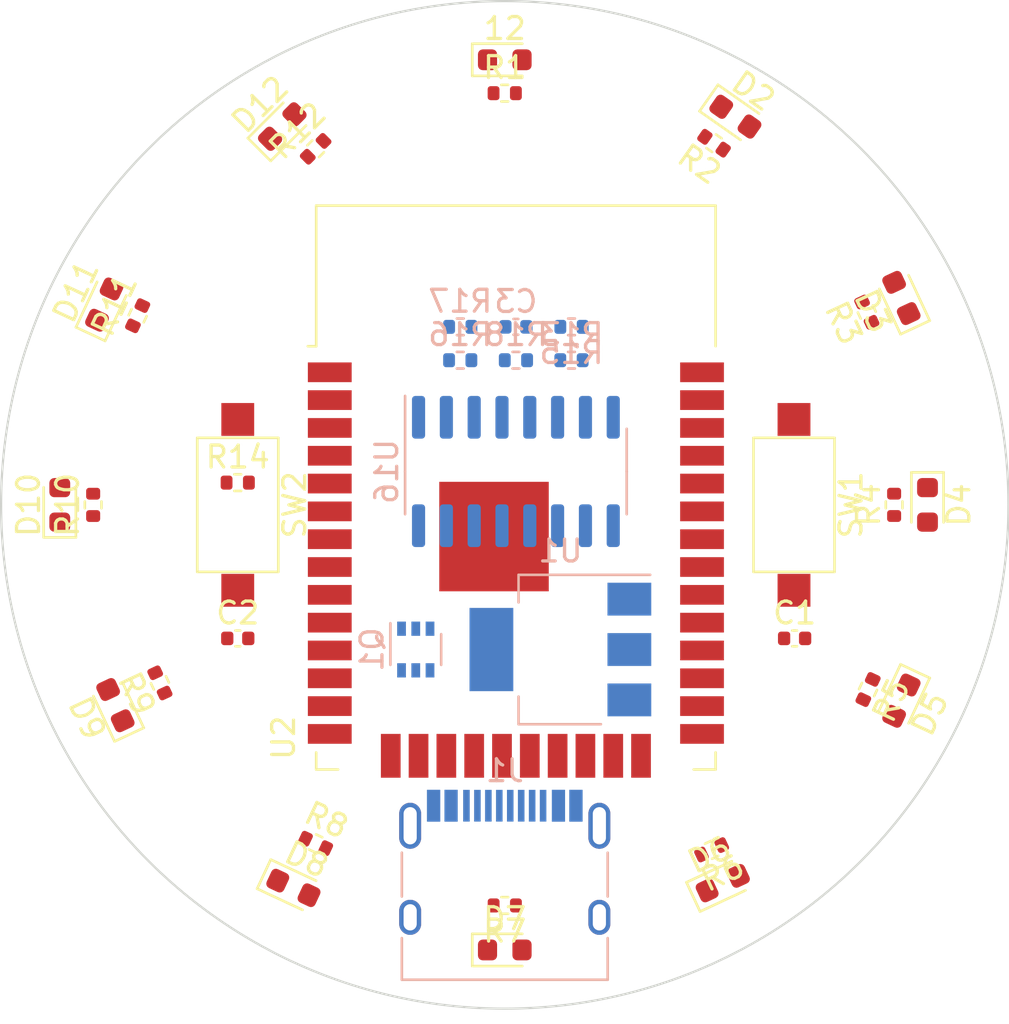
<source format=kicad_pcb>
(kicad_pcb (version 20211014) (generator pcbnew)
  (layers (0 "F.Cu" signal) (31 "B.Cu" signal) (34 "B.Paste" user) (35 "F.Paste" user) (36 "B.SilkS" user "B.Silkscreen") (37 "F.SilkS" user "F.Silkscreen") (38 "B.Mask" user) (39 "F.Mask" user) (44 "Edge.Cuts" user))
  (net 0 "")
  (net 1 "GND")
  (net 2 "Net-(D3-Pad1)")
  (net 3 "Net-(D12-Pad1)")
  (net 4 "Net-(D11-Pad1)")
  (net 5 "Net-(R9-Pad1)")
  (net 6 "Rx")
  (net 7 "Net-(D10-Pad1)")
  (net 8 "Net-(D9-Pad1)")
  (net 9 "RTS")
  (net 10 "Net-(Q1-Pad2)")
  (net 11 "DTR")
  (net 12 "Net-(Q1-Pad5)")
  (net 13 "EN")
  (net 14 "VCC")
  (net 15 "IO0")
  (net 16 "Net-(R10-Pad1)")
  (net 17 "Tx")
  (net 18 "Net-(D8-Pad1)")
  (net 19 "Net-(D7-Pad1)")
  (net 20 "Net-(D6-Pad1)")
  (net 21 "Net-(D5-Pad1)")
  (net 22 "Net-(D4-Pad1)")
  (net 23 "Net-(D1-Pad1)")
  (net 24 "Net-(D2-Pad1)")
  (net 25 "3.3v")
  (net 35 "IO14")
  (net 36 "IO12")
  (net 37 "IO13")
  (net 44 "IO15")
  (net 47 "IO16")
  (net 48 "IO17")
  (net 49 "IO5")
  (net 50 "IO18")
  (net 51 "IO19")
  (net 53 "IO21")
  (net 54 "RX")
  (net 55 "TX")
  (net 56 "IO22")
  (net 57 "IO23")
  (net 58 "-5v")
  (net 59 "5v")
  (net 60 "Net-(C9-Pad2)")
  (net 61 "D+")
  (net 62 "D-")
  (net 76 "Net-(R18-Pad1)")
  (net 77 "Net-(R17-Pad1)")
  (net 78 "Net-(C3-Pad2)")
  (footprint "Resistor_SMD:R_0402_1005Metric" (layer "F.Cu") (at 171.704 62.484 45)
    (fp_text reference "R12" (at 0 -1.17 45) (layer "F.SilkS"))
    (fp_text value "R")
    (fp_line (start -0.153641 0.38) (end 0.153641 0.38) (layer "F.SilkS") (width 0.12))
    (fp_line (start -0.153641 -0.38) (end 0.153641 -0.38) (layer "F.SilkS") (width 0.12))
    (pad "1" smd roundrect (at -0.51 0 45) (size 0.54 0.64) (layers "F.Cu" "F.Paste" "F.Mask") (net 1 "GND"))
    (pad "2" smd roundrect (at 0.51 0 45) (size 0.54 0.64) (layers "F.Cu" "F.Paste" "F.Mask") (net 3 "Net-(D12-Pad1)"))
  )
  (footprint "LED_SMD:LED_0603_1608Metric" (layer "F.Cu") (at 180.34 99.06)
    (fp_text reference "D7" (at 0 -1.43) (layer "F.SilkS"))
    (fp_text value "LED")
    (fp_line (start -1.485 0.735) (end 0.8 0.735) (layer "F.SilkS") (width 0.12))
    (fp_line (start 0.8 -0.735) (end -1.485 -0.735) (layer "F.SilkS") (width 0.12))
    (fp_line (start -1.485 -0.735) (end -1.485 0.735) (layer "F.SilkS") (width 0.12))
    (pad "1" smd roundrect (at -0.7875 0) (size 0.875 0.95) (layers "F.Cu" "F.Paste" "F.Mask") (net 19 "Net-(D7-Pad1)"))
    (pad "2" smd roundrect (at 0.7875 0) (size 0.875 0.95) (layers "F.Cu" "F.Paste" "F.Mask") (net 48 "IO17"))
  )
  (footprint "LED_SMD:LED_0603_1608Metric" (layer "F.Cu") (at 162.052 69.596 65)
    (fp_text reference "D11" (at 0 -1.43 65) (layer "F.SilkS"))
    (fp_text value "LED")
    (fp_line (start 0.8 -0.735) (end -1.485 -0.735) (layer "F.SilkS") (width 0.12))
    (fp_line (start -1.485 -0.735) (end -1.485 0.735) (layer "F.SilkS") (width 0.12))
    (fp_line (start -1.485 0.735) (end 0.8 0.735) (layer "F.SilkS") (width 0.12))
    (pad "1" smd roundrect (at -0.7875 0 65) (size 0.875 0.95) (layers "F.Cu" "F.Paste" "F.Mask") (net 4 "Net-(D11-Pad1)"))
    (pad "2" smd roundrect (at 0.7875 0 65) (size 0.875 0.95) (layers "F.Cu" "F.Paste" "F.Mask") (net 56 "IO22"))
  )
  (footprint "Capacitor_SMD:C_0402_1005Metric" (layer "F.Cu") (at 168.148 84.836)
    (fp_text reference "C2" (at 0 -1.16) (layer "F.SilkS"))
    (fp_text value "100nf")
    (fp_line (start -0.107836 -0.36) (end 0.107836 -0.36) (layer "F.SilkS") (width 0.12))
    (fp_line (start -0.107836 0.36) (end 0.107836 0.36) (layer "F.SilkS") (width 0.12))
    (pad "1" smd roundrect (at -0.48 0) (size 0.56 0.62) (layers "F.Cu" "F.Paste" "F.Mask") (net 25 "3.3v"))
    (pad "2" smd roundrect (at 0.48 0) (size 0.56 0.62) (layers "F.Cu" "F.Paste" "F.Mask") (net 58 "-5v"))
  )
  (footprint "LED_SMD:LED_0603_1608Metric" (layer "F.Cu") (at 170.688 96.227535 -25)
    (fp_text reference "D8" (at 0 -1.43 155) (layer "F.SilkS"))
    (fp_text value "LED")
    (fp_line (start -1.485 0.735) (end 0.8 0.735) (layer "F.SilkS") (width 0.12))
    (fp_line (start -1.485 -0.735) (end -1.485 0.735) (layer "F.SilkS") (width 0.12))
    (fp_line (start 0.8 -0.735) (end -1.485 -0.735) (layer "F.SilkS") (width 0.12))
    (pad "1" smd roundrect (at -0.7875 0 335) (size 0.875 0.95) (layers "F.Cu" "F.Paste" "F.Mask") (net 18 "Net-(D8-Pad1)"))
    (pad "2" smd roundrect (at 0.7875 0 335) (size 0.875 0.95) (layers "F.Cu" "F.Paste" "F.Mask") (net 50 "IO18"))
  )
  (footprint "Capacitor_SMD:C_0402_1005Metric" (layer "F.Cu") (at 193.576 84.836)
    (fp_text reference "C1" (at 0 -1.16) (layer "F.SilkS"))
    (fp_text value "10uf")
    (fp_line (start -0.107836 -0.36) (end 0.107836 -0.36) (layer "F.SilkS") (width 0.12))
    (fp_line (start -0.107836 0.36) (end 0.107836 0.36) (layer "F.SilkS") (width 0.12))
    (pad "1" smd roundrect (at -0.48 0) (size 0.56 0.62) (layers "F.Cu" "F.Paste" "F.Mask") (net 59 "5v"))
    (pad "2" smd roundrect (at 0.48 0) (size 0.56 0.62) (layers "F.Cu" "F.Paste" "F.Mask") (net 58 "-5v"))
  )
  (footprint "LED_SMD:LED_0603_1608Metric" (layer "F.Cu") (at 180.34 58.42)
    (fp_text reference "12" (at 0 -1.43) (layer "F.SilkS"))
    (fp_text value "LED")
    (fp_line (start -1.485 0.735) (end 0.8 0.735) (layer "F.SilkS") (width 0.12))
    (fp_line (start 0.8 -0.735) (end -1.485 -0.735) (layer "F.SilkS") (width 0.12))
    (fp_line (start -1.485 -0.735) (end -1.485 0.735) (layer "F.SilkS") (width 0.12))
    (pad "1" smd roundrect (at -0.7875 0) (size 0.875 0.95) (layers "F.Cu" "F.Paste" "F.Mask") (net 23 "Net-(D1-Pad1)"))
    (pad "2" smd roundrect (at 0.7875 0) (size 0.875 0.95) (layers "F.Cu" "F.Paste" "F.Mask") (net 49 "IO5"))
  )
  (footprint "Resistor_SMD:R_0402_1005Metric" (layer "F.Cu") (at 180.338 59.944)
    (fp_text reference "R1" (at 0 -1.17) (layer "F.SilkS"))
    (fp_text value "R")
    (fp_line (start -0.153641 -0.38) (end 0.153641 -0.38) (layer "F.SilkS") (width 0.12))
    (fp_line (start -0.153641 0.38) (end 0.153641 0.38) (layer "F.SilkS") (width 0.12))
    (pad "1" smd roundrect (at -0.51 0) (size 0.54 0.64) (layers "F.Cu" "F.Paste" "F.Mask") (net 1 "GND"))
    (pad "2" smd roundrect (at 0.51 0) (size 0.54 0.64) (layers "F.Cu" "F.Paste" "F.Mask") (net 23 "Net-(D1-Pad1)"))
  )
  (footprint "LED_SMD:LED_0603_1608Metric" (layer "F.Cu") (at 170.18 61.468 45)
    (fp_text reference "D12" (at 0 -1.43 45) (layer "F.SilkS"))
    (fp_text value "LED")
    (fp_line (start 0.8 -0.735) (end -1.485 -0.735) (layer "F.SilkS") (width 0.12))
    (fp_line (start -1.485 0.735) (end 0.8 0.735) (layer "F.SilkS") (width 0.12))
    (fp_line (start -1.485 -0.735) (end -1.485 0.735) (layer "F.SilkS") (width 0.12))
    (pad "1" smd roundrect (at -0.7875 0 45) (size 0.875 0.95) (layers "F.Cu" "F.Paste" "F.Mask") (net 3 "Net-(D12-Pad1)"))
    (pad "2" smd roundrect (at 0.7875 0 45) (size 0.875 0.95) (layers "F.Cu" "F.Paste" "F.Mask") (net 57 "IO23"))
  )
  (footprint "Resistor_SMD:R_0402_1005Metric" (layer "F.Cu") (at 189.896303 62.228532 145)
    (fp_text reference "R2" (at 0 -1.17 145) (layer "F.SilkS"))
    (fp_text value "R")
    (fp_line (start -0.153641 0.38) (end 0.153641 0.38) (layer "F.SilkS") (width 0.12))
    (fp_line (start -0.153641 -0.38) (end 0.153641 -0.38) (layer "F.SilkS") (width 0.12))
    (pad "1" smd roundrect (at -0.51 0 145) (size 0.54 0.64) (layers "F.Cu" "F.Paste" "F.Mask") (net 1 "GND"))
    (pad "2" smd roundrect (at 0.51 0 145) (size 0.54 0.64) (layers "F.Cu" "F.Paste" "F.Mask") (net 24 "Net-(D2-Pad1)"))
  )
  (footprint "Resistor_SMD:R_0402_1005Metric" (layer "F.Cu") (at 163.576 70.104 65)
    (fp_text reference "R11" (at 0 -1.17 65) (layer "F.SilkS"))
    (fp_text value "R")
    (fp_line (start -0.153641 0.38) (end 0.153641 0.38) (layer "F.SilkS") (width 0.12))
    (fp_line (start -0.153641 -0.38) (end 0.153641 -0.38) (layer "F.SilkS") (width 0.12))
    (pad "1" smd roundrect (at -0.51 0 65) (size 0.54 0.64) (layers "F.Cu" "F.Paste" "F.Mask") (net 1 "GND"))
    (pad "2" smd roundrect (at 0.51 0 65) (size 0.54 0.64) (layers "F.Cu" "F.Paste" "F.Mask") (net 4 "Net-(D11-Pad1)"))
  )
  (footprint "Resistor_SMD:R_0402_1005Metric" (layer "F.Cu") (at 189.786283 94.488 -155)
    (fp_text reference "R6" (at 0 -1.17 25) (layer "F.SilkS"))
    (fp_text value "R")
    (fp_line (start -0.153641 0.38) (end 0.153641 0.38) (layer "F.SilkS") (width 0.12))
    (fp_line (start -0.153641 -0.38) (end 0.153641 -0.38) (layer "F.SilkS") (width 0.12))
    (pad "1" smd roundrect (at -0.51 0 205) (size 0.54 0.64) (layers "F.Cu" "F.Paste" "F.Mask") (net 1 "GND"))
    (pad "2" smd roundrect (at 0.51 0 205) (size 0.54 0.64) (layers "F.Cu" "F.Paste" "F.Mask") (net 20 "Net-(D6-Pad1)"))
  )
  (footprint "Resistor_SMD:R_0402_1005Metric" (layer "F.Cu") (at 161.544 78.74 90)
    (fp_text reference "R10" (at 0 -1.17 90) (layer "F.SilkS"))
    (fp_text value "R")
    (fp_line (start -0.153641 -0.38) (end 0.153641 -0.38) (layer "F.SilkS") (width 0.12))
    (fp_line (start -0.153641 0.38) (end 0.153641 0.38) (layer "F.SilkS") (width 0.12))
    (pad "1" smd roundrect (at -0.51 0 90) (size 0.54 0.64) (layers "F.Cu" "F.Paste" "F.Mask") (net 1 "GND"))
    (pad "2" smd roundrect (at 0.51 0 90) (size 0.54 0.64) (layers "F.Cu" "F.Paste" "F.Mask") (net 7 "Net-(D10-Pad1)"))
  )
  (footprint "LED_SMD:LED_0603_1608Metric" (layer "F.Cu") (at 162.56 87.884 115)
    (fp_text reference "D9" (at 0 -1.43 115) (layer "F.SilkS"))
    (fp_text value "LED")
    (fp_line (start 0.8 -0.735) (end -1.485 -0.735) (layer "F.SilkS") (width 0.12))
    (fp_line (start -1.485 -0.735) (end -1.485 0.735) (layer "F.SilkS") (width 0.12))
    (fp_line (start -1.485 0.735) (end 0.8 0.735) (layer "F.SilkS") (width 0.12))
    (pad "1" smd roundrect (at -0.7875 0 115) (size 0.875 0.95) (layers "F.Cu" "F.Paste" "F.Mask") (net 8 "Net-(D9-Pad1)"))
    (pad "2" smd roundrect (at 0.7875 0 115) (size 0.875 0.95) (layers "F.Cu" "F.Paste" "F.Mask") (net 51 "IO19"))
  )
  (footprint "LED_SMD:LED_0603_1608Metric" (layer "F.Cu") (at 190.294283 96.012 25)
    (fp_text reference "D6" (at 0 -1.43 25) (layer "F.SilkS"))
    (fp_text value "LED")
    (fp_line (start -1.485 -0.735) (end -1.485 0.735) (layer "F.SilkS") (width 0.12))
    (fp_line (start 0.8 -0.735) (end -1.485 -0.735) (layer "F.SilkS") (width 0.12))
    (fp_line (start -1.485 0.735) (end 0.8 0.735) (layer "F.SilkS") (width 0.12))
    (pad "1" smd roundrect (at -0.7875 0 25) (size 0.875 0.95) (layers "F.Cu" "F.Paste" "F.Mask") (net 20 "Net-(D6-Pad1)"))
    (pad "2" smd roundrect (at 0.7875 0 25) (size 0.875 0.95) (layers "F.Cu" "F.Paste" "F.Mask") (net 47 "IO16"))
  )
  (footprint "Resistor_SMD:R_0402_1005Metric" (layer "F.Cu") (at 168.146 77.724)
    (fp_text reference "R14" (at 0 -1.17) (layer "F.SilkS"))
    (fp_text value "10k")
    (fp_line (start -0.153641 0.38) (end 0.153641 0.38) (layer "F.SilkS") (width 0.12))
    (fp_line (start -0.153641 -0.38) (end 0.153641 -0.38) (layer "F.SilkS") (width 0.12))
    (pad "1" smd roundrect (at -0.51 0) (size 0.54 0.64) (layers "F.Cu" "F.Paste" "F.Mask") (net 13 "EN"))
    (pad "2" smd roundrect (at 0.51 0) (size 0.54 0.64) (layers "F.Cu" "F.Paste" "F.Mask") (net 14 "VCC"))
  )
  (footprint "LED_SMD:LED_0603_1608Metric" (layer "F.Cu") (at 160.02 78.74 90)
    (fp_text reference "D10" (at 0 -1.43 90) (layer "F.SilkS"))
    (fp_text value "LED")
    (fp_line (start 0.8 -0.735) (end -1.485 -0.735) (layer "F.SilkS") (width 0.12))
    (fp_line (start -1.485 -0.735) (end -1.485 0.735) (layer "F.SilkS") (width 0.12))
    (fp_line (start -1.485 0.735) (end 0.8 0.735) (layer "F.SilkS") (width 0.12))
    (pad "1" smd roundrect (at -0.7875 0 90) (size 0.875 0.95) (layers "F.Cu" "F.Paste" "F.Mask") (net 7 "Net-(D10-Pad1)"))
    (pad "2" smd roundrect (at 0.7875 0 90) (size 0.875 0.95) (layers "F.Cu" "F.Paste" "F.Mask") (net 53 "IO21"))
  )
  (footprint "Resistor_SMD:R_0402_1005Metric" (layer "F.Cu") (at 196.872503 69.938799 115)
    (fp_text reference "R3" (at 0 -1.17 115) (layer "F.SilkS"))
    (fp_text value "R")
    (fp_line (start -0.153641 -0.38) (end 0.153641 -0.38) (layer "F.SilkS") (width 0.12))
    (fp_line (start -0.153641 0.38) (end 0.153641 0.38) (layer "F.SilkS") (width 0.12))
    (pad "1" smd roundrect (at -0.51 0 115) (size 0.54 0.64) (layers "F.Cu" "F.Paste" "F.Mask") (net 1 "GND"))
    (pad "2" smd roundrect (at 0.51 0 115) (size 0.54 0.64) (layers "F.Cu" "F.Paste" "F.Mask") (net 2 "Net-(D3-Pad1)"))
  )
  (footprint "LED_SMD:LED_0603_1608Metric" (layer "F.Cu") (at 198.452812 87.678283 -115)
    (fp_text reference "D5" (at 0 -1.43 65) (layer "F.SilkS"))
    (fp_text value "LED")
    (fp_line (start 0.8 -0.735) (end -1.485 -0.735) (layer "F.SilkS") (width 0.12))
    (fp_line (start -1.485 -0.735) (end -1.485 0.735) (layer "F.SilkS") (width 0.12))
    (fp_line (start -1.485 0.735) (end 0.8 0.735) (layer "F.SilkS") (width 0.12))
    (pad "1" smd roundrect (at -0.7875 0 245) (size 0.875 0.95) (layers "F.Cu" "F.Paste" "F.Mask") (net 21 "Net-(D5-Pad1)"))
    (pad "2" smd roundrect (at 0.7875 0 245) (size 0.875 0.95) (layers "F.Cu" "F.Paste" "F.Mask") (net 44 "IO15"))
  )
  (footprint "Resistor_SMD:R_0402_1005Metric" (layer "F.Cu") (at 196.928812 87.170283 -115)
    (fp_text reference "R5" (at 0 -1.17 65) (layer "F.SilkS"))
    (fp_text value "R")
    (fp_line (start -0.153641 0.38) (end 0.153641 0.38) (layer "F.SilkS") (width 0.12))
    (fp_line (start -0.153641 -0.38) (end 0.153641 -0.38) (layer "F.SilkS") (width 0.12))
    (pad "1" smd roundrect (at -0.51 0 245) (size 0.54 0.64) (layers "F.Cu" "F.Paste" "F.Mask") (net 1 "GND"))
    (pad "2" smd roundrect (at 0.51 0 245) (size 0.54 0.64) (layers "F.Cu" "F.Paste" "F.Mask") (net 21 "Net-(D5-Pad1)"))
  )
  (footprint "Resistor_SMD:R_0402_1005Metric" (layer "F.Cu") (at 180.34 97.028 180)
    (fp_text reference "R7" (at 0 -1.17) (layer "F.SilkS"))
    (fp_text value "R")
    (fp_line (start -0.153641 -0.38) (end 0.153641 -0.38) (layer "F.SilkS") (width 0.12))
    (fp_line (start -0.153641 0.38) (end 0.153641 0.38) (layer "F.SilkS") (width 0.12))
    (pad "1" smd roundrect (at -0.51 0 180) (size 0.54 0.64) (layers "F.Cu" "F.Paste" "F.Mask") (net 1 "GND"))
    (pad "2" smd roundrect (at 0.51 0 180) (size 0.54 0.64) (layers "F.Cu" "F.Paste" "F.Mask") (net 19 "Net-(D7-Pad1)"))
  )
  (footprint "RF_Module:ESP32-WROOM-32" (layer "F.Cu") (at 180.848 80.942)
    (fp_text reference "U2" (at -10.61 8.43 90) (layer "F.SilkS"))
    (fp_text value "ESP32-WROOM-32D")
    (fp_line (start -9.12 -15.865) (end -9.12 -9.445) (layer "F.SilkS") (width 0.12))
    (fp_line (start -9.12 -9.445) (end -9.5 -9.445) (layer "F.SilkS") (width 0.12))
    (fp_line (start -9.12 -15.865) (end 9.12 -15.865) (layer "F.SilkS") (width 0.12))
    (fp_line (start 9.12 -15.865) (end 9.12 -9.445) (layer "F.SilkS") (width 0.12))
    (fp_line (start 9.12 9.88) (end 8.12 9.88) (layer "F.SilkS") (width 0.12))
    (fp_line (start -9.12 9.88) (end -8.12 9.88) (layer "F.SilkS") (width 0.12))
    (fp_line (start 9.12 9.1) (end 9.12 9.88) (layer "F.SilkS") (width 0.12))
    (fp_line (start -9.12 9.1) (end -9.12 9.88) (layer "F.SilkS") (width 0.12))
    (pad "1" smd rect (at -8.5 -8.255) (size 2 0.9) (layers "F.Cu" "F.Paste" "F.Mask") (net 1 "GND"))
    (pad "2" smd rect (at -8.5 -6.985) (size 2 0.9) (layers "F.Cu" "F.Paste" "F.Mask") (net 25 "3.3v"))
    (pad "3" smd rect (at -8.5 -5.715) (size 2 0.9) (layers "F.Cu" "F.Paste" "F.Mask") (net 13 "EN"))
    (pad "4" smd rect (at -8.5 -4.445) (size 2 0.9) (layers "F.Cu" "F.Paste" "F.Mask"))
    (pad "5" smd rect (at -8.5 -3.175) (size 2 0.9) (layers "F.Cu" "F.Paste" "F.Mask"))
    (pad "6" smd rect (at -8.5 -1.905) (size 2 0.9) (layers "F.Cu" "F.Paste" "F.Mask"))
    (pad "7" smd rect (at -8.5 -0.635) (size 2 0.9) (layers "F.Cu" "F.Paste" "F.Mask"))
    (pad "8" smd rect (at -8.5 0.635) (size 2 0.9) (layers "F.Cu" "F.Paste" "F.Mask"))
    (pad "9" smd rect (at -8.5 1.905) (size 2 0.9) (layers "F.Cu" "F.Paste" "F.Mask"))
    (pad "10" smd rect (at -8.5 3.175) (size 2 0.9) (layers "F.Cu" "F.Paste" "F.Mask"))
    (pad "11" smd rect (at -8.5 4.445) (size 2 0.9) (layers "F.Cu" "F.Paste" "F.Mask"))
    (pad "12" smd rect (at -8.5 5.715) (size 2 0.9) (layers "F.Cu" "F.Paste" "F.Mask"))
    (pad "13" smd rect (at -8.5 6.985) (size 2 0.9) (layers "F.Cu" "F.Paste" "F.Mask") (net 35 "IO14"))
    (pad "14" smd rect (at -8.5 8.255) (size 2 0.9) (layers "F.Cu" "F.Paste" "F.Mask") (net 36 "IO12"))
    (pad "15" smd rect (at -5.715 9.255 90) (size 2 0.9) (layers "F.Cu" "F.Paste" "F.Mask") (net 1 "GND"))
    (pad "16" smd rect (at -4.445 9.255 90) (size 2 0.9) (layers "F.Cu" "F.Paste" "F.Mask") (net 37 "IO13"))
    (pad "17" smd rect (at -3.175 9.255 90) (size 2 0.9) (layers "F.Cu" "F.Paste" "F.Mask"))
    (pad "18" smd rect (at -1.905 9.255 90) (size 2 0.9) (layers "F.Cu" "F.Paste" "F.Mask"))
    (pad "19" smd rect (at -0.635 9.255 90) (size 2 0.9) (layers "F.Cu" "F.Paste" "F.Mask"))
    (pad "20" smd rect (at 0.635 9.255 90) (size 2 0.9) (layers "F.Cu" "F.Paste" "F.Mask"))
    (pad "21" smd rect (at 1.905 9.255 90) (size 2 0.9) (layers "F.Cu" "F.Paste" "F.Mask"))
    (pad "22" smd rect (at 3.175 9.255 90) (size 2 0.9) (layers "F.Cu" "F.Paste" "F.Mask"))
    (pad "23" smd rect (at 4.445 9.255 90) (size 2 0.9) (layers "F.Cu" "F.Paste" "F.Mask") (net 44 "IO15"))
    (pad "24" smd rect (at 5.715 9.255 90) (size 2 0.9) (layers "F.Cu" "F.Paste" "F.Mask"))
    (pad "25" smd rect (at 8.5 8.255) (size 2 0.9) (layers "F.Cu" "F.Paste" "F.Mask") (net 15 "IO0"))
    (pad "26" smd rect (at 8.5 6.985) (size 2 0.9) (layers "F.Cu" "F.Paste" "F.Mask"))
    (pad "27" smd rect (at 8.5 5.715) (size 2 0.9) (layers "F.Cu" "F.Paste" "F.Mask") (net 47 "IO16"))
    (pad "28" smd rect (at 8.5 4.445) (size 2 0.9) (layers "F.Cu" "F.Paste" "F.Mask") (net 48 "IO17"))
    (pad "29" smd rect (at 8.5 3.175) (size 2 0.9) (layers "F.Cu" "F.Paste" "F.Mask") (net 49 "IO5"))
    (pad "30" smd rect (at 8.5 1.905) (size 2 0.9) (layers "F.Cu" "F.Paste" "F.Mask") (net 50 "IO18"))
    (pad "31" smd rect (at 8.5 0.635) (size 2 0.9) (layers "F.Cu" "F.Paste" "F.Mask") (net 51 "IO19"))
    (pad "32" smd rect (at 8.5 -0.635) (size 2 0.9) (layers "F.Cu" "F.Paste" "F.Mask"))
    (pad "33" smd rect (at 8.5 -1.905) (size 2 0.9) (layers "F.Cu" "F.Paste" "F.Mask") (net 53 "IO21"))
    (pad "34" smd rect (at 8.5 -3.175) (size 2 0.9) (layers "F.Cu" "F.Paste" "F.Mask") (net 54 "RX"))
    (pad "35" smd rect (at 8.5 -4.445) (size 2 0.9) (layers "F.Cu" "F.Paste" "F.Mask") (net 55 "TX"))
    (pad "36" smd rect (at 8.5 -5.715) (size 2 0.9) (layers "F.Cu" "F.Paste" "F.Mask") (net 56 "IO22"))
    (pad "37" smd rect (at 8.5 -6.985) (size 2 0.9) (layers "F.Cu" "F.Paste" "F.Mask") (net 57 "IO23"))
    (pad "38" smd rect (at 8.5 -8.255) (size 2 0.9) (layers "F.Cu" "F.Paste" "F.Mask") (net 1 "GND"))
    (pad "39" smd rect (at -1 -0.755) (size 5 5) (layers "F.Cu" "F.Paste" "F.Mask") (net 1 "GND"))
  )
  (footprint "LED_SMD:LED_0603_1608Metric" (layer "F.Cu") (at 198.452812 69.293717 115)
    (fp_text reference "D3" (at 0 -1.43 115) (layer "F.SilkS"))
    (fp_text value "LED")
    (fp_line (start -1.485 0.735) (end 0.8 0.735) (layer "F.SilkS") (width 0.12))
    (fp_line (start 0.8 -0.735) (end -1.485 -0.735) (layer "F.SilkS") (width 0.12))
    (fp_line (start -1.485 -0.735) (end -1.485 0.735) (layer "F.SilkS") (width 0.12))
    (pad "1" smd roundrect (at -0.7875 0 115) (size 0.875 0.95) (layers "F.Cu" "F.Paste" "F.Mask") (net 2 "Net-(D3-Pad1)"))
    (pad "2" smd roundrect (at 0.7875 0 115) (size 0.875 0.95) (layers "F.Cu" "F.Paste" "F.Mask") (net 37 "IO13"))
  )
  (footprint "Resistor_SMD:R_0402_1005Metric" (layer "F.Cu") (at 164.592 86.868 115)
    (fp_text reference "R9" (at 0 -1.17 115) (layer "F.SilkS"))
    (fp_text value "R")
    (fp_line (start -0.153641 0.38) (end 0.153641 0.38) (layer "F.SilkS") (width 0.12))
    (fp_line (start -0.153641 -0.38) (end 0.153641 -0.38) (layer "F.SilkS") (width 0.12))
    (pad "1" smd roundrect (at -0.51 0 115) (size 0.54 0.64) (layers "F.Cu" "F.Paste" "F.Mask") (net 1 "GND"))
    (pad "2" smd roundrect (at 0.51 0 115) (size 0.54 0.64) (layers "F.Cu" "F.Paste" "F.Mask") (net 8 "Net-(D9-Pad1)"))
  )
  (footprint "Resistor_SMD:R_0402_1005Metric" (layer "F.Cu") (at 198.12 78.738 90)
    (fp_text reference "R4" (at 0 -1.17 90) (layer "F.SilkS"))
    (fp_text value "R")
    (fp_line (start -0.153641 0.38) (end 0.153641 0.38) (layer "F.SilkS") (width 0.12))
    (fp_line (start -0.153641 -0.38) (end 0.153641 -0.38) (layer "F.SilkS") (width 0.12))
    (pad "1" smd roundrect (at -0.51 0 90) (size 0.54 0.64) (layers "F.Cu" "F.Paste" "F.Mask") (net 1 "GND"))
    (pad "2" smd roundrect (at 0.51 0 90) (size 0.54 0.64) (layers "F.Cu" "F.Paste" "F.Mask") (net 22 "Net-(D4-Pad1)"))
  )
  (footprint "Button_Switch_SMD:SW_SPST_CK_RS282G05A3" (layer "F.Cu") (at 193.548 78.74 -90)
    (fp_text reference "SW1" (at 0 -2.6 90) (layer "F.SilkS"))
    (fp_text value "SW_Push")
    (fp_line (start 3.06 -1.85) (end 3.06 1.85) (layer "F.SilkS") (width 0.12))
    (fp_line (start 3.06 1.85) (end -3.06 1.85) (layer "F.SilkS") (width 0.12))
    (fp_line (start -3.06 -1.85) (end 3.06 -1.85) (layer "F.SilkS") (width 0.12))
    (fp_line (start -3.06 1.85) (end -3.06 -1.85) (layer "F.SilkS") (width 0.12))
    (pad "1" smd rect (at -3.9 0 270) (size 1.5 1.5) (layers "F.Cu" "F.Paste" "F.Mask") (net 1 "GND"))
    (pad "2" smd rect (at 3.9 0 270) (size 1.5 1.5) (layers "F.Cu" "F.Paste" "F.Mask") (net 13 "EN"))
  )
  (footprint "Resistor_SMD:R_0402_1005Metric" (layer "F.Cu") (at 171.704 94.195535 -25)
    (fp_text reference "R8" (at 0 -1.17 155) (layer "F.SilkS"))
    (fp_text value "R")
    (fp_line (start -0.153641 0.38) (end 0.153641 0.38) (layer "F.SilkS") (width 0.12))
    (fp_line (start -0.153641 -0.38) (end 0.153641 -0.38) (layer "F.SilkS") (width 0.12))
    (pad "1" smd roundrect (at -0.51 0 335) (size 0.54 0.64) (layers "F.Cu" "F.Paste" "F.Mask") (net 1 "GND"))
    (pad "2" smd roundrect (at 0.51 0 335) (size 0.54 0.64) (layers "F.Cu" "F.Paste" "F.Mask") (net 18 "Net-(D8-Pad1)"))
  )
  (footprint "Button_Switch_SMD:SW_SPST_CK_RS282G05A3" (layer "F.Cu") (at 168.148 78.74 -90)
    (fp_text reference "SW2" (at 0 -2.6 90) (layer "F.SilkS"))
    (fp_text value "SW_Push")
    (fp_line (start 3.06 -1.85) (end 3.06 1.85) (layer "F.SilkS") (width 0.12))
    (fp_line (start 3.06 1.85) (end -3.06 1.85) (layer "F.SilkS") (width 0.12))
    (fp_line (start -3.06 -1.85) (end 3.06 -1.85) (layer "F.SilkS") (width 0.12))
    (fp_line (start -3.06 1.85) (end -3.06 -1.85) (layer "F.SilkS") (width 0.12))
    (pad "1" smd rect (at -3.9 0 270) (size 1.5 1.5) (layers "F.Cu" "F.Paste" "F.Mask") (net 1 "GND"))
    (pad "2" smd rect (at 3.9 0 270) (size 1.5 1.5) (layers "F.Cu" "F.Paste" "F.Mask") (net 15 "IO0"))
  )
  (footprint "LED_SMD:LED_0603_1608Metric" (layer "F.Cu") (at 190.870918 61.016309 -35)
    (fp_text reference "D2" (at 0 -1.43 145) (layer "F.SilkS"))
    (fp_text value "LED")
    (fp_line (start -1.485 -0.735) (end -1.485 0.735) (layer "F.SilkS") (width 0.12))
    (fp_line (start -1.485 0.735) (end 0.8 0.735) (layer "F.SilkS") (width 0.12))
    (fp_line (start 0.8 -0.735) (end -1.485 -0.735) (layer "F.SilkS") (width 0.12))
    (pad "1" smd roundrect (at -0.7875 0 325) (size 0.875 0.95) (layers "F.Cu" "F.Paste" "F.Mask") (net 24 "Net-(D2-Pad1)"))
    (pad "2" smd roundrect (at 0.7875 0 325) (size 0.875 0.95) (layers "F.Cu" "F.Paste" "F.Mask") (net 36 "IO12"))
  )
  (footprint "LED_SMD:LED_0603_1608Metric" (layer "F.Cu") (at 199.644 78.74 -90)
    (fp_text reference "D4" (at 0 -1.43 90) (layer "F.SilkS"))
    (fp_text value "LED")
    (fp_line (start -1.485 0.735) (end 0.8 0.735) (layer "F.SilkS") (width 0.12))
    (fp_line (start 0.8 -0.735) (end -1.485 -0.735) (layer "F.SilkS") (width 0.12))
    (fp_line (start -1.485 -0.735) (end -1.485 0.735) (layer "F.SilkS") (width 0.12))
    (pad "1" smd roundrect (at -0.7875 0 270) (size 0.875 0.95) (layers "F.Cu" "F.Paste" "F.Mask") (net 22 "Net-(D4-Pad1)"))
    (pad "2" smd roundrect (at 0.7875 0 270) (size 0.875 0.95) (layers "F.Cu" "F.Paste" "F.Mask") (net 35 "IO14"))
  )
  (footprint "Resistor_SMD:R_0402_1005Metric" (layer "B.Cu") (at 183.388 70.612)
    (fp_text reference "R15" (at 0 1.17) (layer "B.SilkS") (effects (justify mirror)))
    (fp_text value "1k")
    (fp_line (start -0.153641 -0.38) (end 0.153641 -0.38) (layer "B.SilkS") (width 0.12))
    (fp_line (start -0.153641 0.38) (end 0.153641 0.38) (layer "B.SilkS") (width 0.12))
    (pad "1" smd roundrect (at -0.51 0) (size 0.54 0.64) (layers "B.Cu" "B.Paste" "B.Mask") (net 11 "DTR"))
    (pad "2" smd roundrect (at 0.51 0) (size 0.54 0.64) (layers "B.Cu" "B.Paste" "B.Mask") (net 12 "Net-(Q1-Pad5)"))
  )
  (footprint "Resistor_SMD:R_0402_1005Metric" (layer "B.Cu") (at 180.85 72.136 180)
    (fp_text reference "R18" (at 0 1.17) (layer "B.SilkS") (effects (justify mirror)))
    (fp_text value "1k")
    (fp_line (start -0.153641 0.38) (end 0.153641 0.38) (layer "B.SilkS") (width 0.12))
    (fp_line (start -0.153641 -0.38) (end 0.153641 -0.38) (layer "B.SilkS") (width 0.12))
    (pad "1" smd roundrect (at -0.51 0 180) (size 0.54 0.64) (layers "B.Cu" "B.Paste" "B.Mask") (net 76 "Net-(R18-Pad1)"))
    (pad "2" smd roundrect (at 0.51 0 180) (size 0.54 0.64) (layers "B.Cu" "B.Paste" "B.Mask") (net 17 "Tx"))
  )
  (footprint "Resistor_SMD:R_0402_1005Metric" (layer "B.Cu") (at 178.308 70.612 180)
    (fp_text reference "R17" (at 0 1.17) (layer "B.SilkS") (effects (justify mirror)))
    (fp_text value "1k")
    (fp_line (start -0.153641 -0.38) (end 0.153641 -0.38) (layer "B.SilkS") (width 0.12))
    (fp_line (start -0.153641 0.38) (end 0.153641 0.38) (layer "B.SilkS") (width 0.12))
    (pad "1" smd roundrect (at -0.51 0 180) (size 0.54 0.64) (layers "B.Cu" "B.Paste" "B.Mask") (net 77 "Net-(R17-Pad1)"))
    (pad "2" smd roundrect (at 0.51 0 180) (size 0.54 0.64) (layers "B.Cu" "B.Paste" "B.Mask") (net 6 "Rx"))
  )
  (footprint "Capacitor_SMD:C_0402_1005Metric" (layer "B.Cu") (at 180.848 70.612 180)
    (fp_text reference "C3" (at 0 1.16) (layer "B.SilkS") (effects (justify mirror)))
    (fp_text value "100nF")
    (fp_line (start -0.107836 -0.36) (end 0.107836 -0.36) (layer "B.SilkS") (width 0.12))
    (fp_line (start -0.107836 0.36) (end 0.107836 0.36) (layer "B.SilkS") (width 0.12))
    (pad "1" smd roundrect (at -0.48 0 180) (size 0.56 0.62) (layers "B.Cu" "B.Paste" "B.Mask") (net 1 "GND"))
    (pad "2" smd roundrect (at 0.48 0 180) (size 0.56 0.62) (layers "B.Cu" "B.Paste" "B.Mask") (net 78 "Net-(C3-Pad2)"))
  )
  (footprint "Resistor_SMD:R_0402_1005Metric" (layer "B.Cu") (at 178.306 72.136 180)
    (fp_text reference "R16" (at 0 1.17) (layer "B.SilkS") (effects (justify mirror)))
    (fp_text value "1k")
    (fp_line (start -0.153641 0.38) (end 0.153641 0.38) (layer "B.SilkS") (width 0.12))
    (fp_line (start -0.153641 -0.38) (end 0.153641 -0.38) (layer "B.SilkS") (width 0.12))
    (pad "1" smd roundrect (at -0.51 0 180) (size 0.54 0.64) (layers "B.Cu" "B.Paste" "B.Mask") (net 9 "RTS"))
    (pad "2" smd roundrect (at 0.51 0 180) (size 0.54 0.64) (layers "B.Cu" "B.Paste" "B.Mask") (net 10 "Net-(Q1-Pad2)"))
  )
  (footprint "Package_SO:SOIC-16_3.9x9.9mm_P1.27mm" (layer "B.Cu") (at 180.848 77.216 -90)
    (fp_text reference "U16" (at 0 5.9 90) (layer "B.SilkS") (effects (justify mirror)))
    (fp_text value "CH340C")
    (fp_line (start 0 -5.06) (end -1.95 -5.06) (layer "B.SilkS") (width 0.12))
    (fp_line (start 0 5.06) (end -3.45 5.06) (layer "B.SilkS") (width 0.12))
    (fp_line (start 0 5.06) (end 1.95 5.06) (layer "B.SilkS") (width 0.12))
    (fp_line (start 0 -5.06) (end 1.95 -5.06) (layer "B.SilkS") (width 0.12))
    (pad "1" smd roundrect (at -2.475 4.445 270) (size 1.95 0.6) (layers "B.Cu" "B.Paste" "B.Mask") (net 1 "GND"))
    (pad "2" smd roundrect (at -2.475 3.175 270) (size 1.95 0.6) (layers "B.Cu" "B.Paste" "B.Mask") (net 5 "Net-(R9-Pad1)"))
    (pad "3" smd roundrect (at -2.475 1.905 270) (size 1.95 0.6) (layers "B.Cu" "B.Paste" "B.Mask") (net 16 "Net-(R10-Pad1)"))
    (pad "4" smd roundrect (at -2.475 0.635 270) (size 1.95 0.6) (layers "B.Cu" "B.Paste" "B.Mask") (net 60 "Net-(C9-Pad2)"))
    (pad "5" smd roundrect (at -2.475 -0.635 270) (size 1.95 0.6) (layers "B.Cu" "B.Paste" "B.Mask") (net 61 "D+"))
    (pad "6" smd roundrect (at -2.475 -1.905 270) (size 1.95 0.6) (layers "B.Cu" "B.Paste" "B.Mask") (net 62 "D-"))
    (pad "7" smd roundrect (at -2.475 -3.175 270) (size 1.95 0.6) (layers "B.Cu" "B.Paste" "B.Mask"))
    (pad "8" smd roundrect (at -2.475 -4.445 270) (size 1.95 0.6) (layers "B.Cu" "B.Paste" "B.Mask"))
    (pad "9" smd roundrect (at 2.475 -4.445 270) (size 1.95 0.6) (layers "B.Cu" "B.Paste" "B.Mask"))
    (pad "10" smd roundrect (at 2.475 -3.175 270) (size 1.95 0.6) (layers "B.Cu" "B.Paste" "B.Mask"))
    (pad "11" smd roundrect (at 2.475 -1.905 270) (size 1.95 0.6) (layers "B.Cu" "B.Paste" "B.Mask"))
    (pad "12" smd roundrect (at 2.475 -0.635 270) (size 1.95 0.6) (layers "B.Cu" "B.Paste" "B.Mask"))
    (pad "13" smd roundrect (at 2.475 0.635 270) (size 1.95 0.6) (layers "B.Cu" "B.Paste" "B.Mask") (net 11 "DTR"))
    (pad "14" smd roundrect (at 2.475 1.905 270) (size 1.95 0.6) (layers "B.Cu" "B.Paste" "B.Mask") (net 9 "RTS"))
    (pad "15" smd roundrect (at 2.475 3.175 270) (size 1.95 0.6) (layers "B.Cu" "B.Paste" "B.Mask"))
    (pad "16" smd roundrect (at 2.475 4.445 270) (size 1.95 0.6) (layers "B.Cu" "B.Paste" "B.Mask") (net 59 "5v"))
  )
  (footprint "Resistor_SMD:R_0402_1005Metric" (layer "B.Cu") (at 183.386 72.136 180)
    (fp_text reference "R13" (at 0 1.17) (layer "B.SilkS") (effects (justify mirror)))
    (fp_text value "1k")
    (fp_line (start -0.153641 -0.38) (end 0.153641 -0.38) (layer "B.SilkS") (width 0.12))
    (fp_line (start -0.153641 0.38) (end 0.153641 0.38) (layer "B.SilkS") (width 0.12))
    (pad "1" smd roundrect (at -0.51 0 180) (size 0.54 0.64) (layers "B.Cu" "B.Paste" "B.Mask") (net 14 "VCC"))
    (pad "2" smd roundrect (at 0.51 0 180) (size 0.54 0.64) (layers "B.Cu" "B.Paste" "B.Mask") (net 15 "IO0"))
  )
  (footprint "Connector_USB:USB_C_Receptacle_HRO_TYPE-C-31-M-12" (layer "B.Cu") (at 180.34 96.52 180)
    (fp_text reference "J1" (at 0 5.645) (layer "B.SilkS") (effects (justify mirror)))
    (fp_text value "USB_C_Receptacle_USB2.0")
    (fp_line (start 4.7 1.9) (end 4.7 -0.1) (layer "B.SilkS") (width 0.12))
    (fp_line (start -4.7 1.9) (end -4.7 -0.1) (layer "B.SilkS") (width 0.12))
    (fp_line (start -4.7 -2) (end -4.7 -3.9) (layer "B.SilkS") (width 0.12))
    (fp_line (start -4.7 -3.9) (end 4.7 -3.9) (layer "B.SilkS") (width 0.12))
    (fp_line (start 4.7 -2) (end 4.7 -3.9) (layer "B.SilkS") (width 0.12))
    (pad "" np_thru_hole circle (at 2.89 2.6 180) (size 0.65 0.65) (drill 0.65) (layers *.Cu *.Mask))
    (pad "" np_thru_hole circle (at -2.89 2.6 180) (size 0.65 0.65) (drill 0.65) (layers *.Cu *.Mask))
    (pad "A1" smd rect (at -3.25 4.045 180) (size 0.6 1.45) (layers "B.Cu" "B.Paste" "B.Mask") (net 1 "GND"))
    (pad "A4" smd rect (at -2.45 4.045 180) (size 0.6 1.45) (layers "B.Cu" "B.Paste" "B.Mask") (net 59 "5v"))
    (pad "A5" smd rect (at -1.25 4.045 180) (size 0.3 1.45) (layers "B.Cu" "B.Paste" "B.Mask"))
    (pad "A6" smd rect (at -0.25 4.045 180) (size 0.3 1.45) (layers "B.Cu" "B.Paste" "B.Mask") (net 61 "D+"))
    (pad "A7" smd rect (at 0.25 4.045 180) (size 0.3 1.45) (layers "B.Cu" "B.Paste" "B.Mask") (net 62 "D-"))
    (pad "A8" smd rect (at 1.25 4.045 180) (size 0.3 1.45) (layers "B.Cu" "B.Paste" "B.Mask"))
    (pad "A9" smd rect (at 2.45 4.045 180) (size 0.6 1.45) (layers "B.Cu" "B.Paste" "B.Mask") (net 59 "5v"))
    (pad "A12" smd rect (at 3.25 4.045 180) (size 0.6 1.45) (layers "B.Cu" "B.Paste" "B.Mask") (net 1 "GND"))
    (pad "B1" smd rect (at 3.25 4.045 180) (size 0.6 1.45) (layers "B.Cu" "B.Paste" "B.Mask") (net 1 "GND"))
    (pad "B4" smd rect (at 2.45 4.045 180) (size 0.6 1.45) (layers "B.Cu" "B.Paste" "B.Mask") (net 59 "5v"))
    (pad "B5" smd rect (at 1.75 4.045 180) (size 0.3 1.45) (layers "B.Cu" "B.Paste" "B.Mask"))
    (pad "B6" smd rect (at 0.75 4.045 180) (size 0.3 1.45) (layers "B.Cu" "B.Paste" "B.Mask"))
    (pad "B7" smd rect (at -0.75 4.045 180) (size 0.3 1.45) (layers "B.Cu" "B.Paste" "B.Mask"))
    (pad "B8" smd rect (at -1.75 4.045 180) (size 0.3 1.45) (layers "B.Cu" "B.Paste" "B.Mask"))
    (pad "B9" smd rect (at -2.45 4.045 180) (size 0.6 1.45) (layers "B.Cu" "B.Paste" "B.Mask") (net 59 "5v"))
    (pad "B12" smd rect (at -3.25 4.045 180) (size 0.6 1.45) (layers "B.Cu" "B.Paste" "B.Mask") (net 1 "GND"))
    (pad "S1" thru_hole oval (at 4.32 3.13 180) (size 1 2.1) (drill oval 0.6 1.7) (layers *.Cu *.Mask) (net 1 "GND"))
    (pad "S1" thru_hole oval (at -4.32 -1.05 180) (size 1 1.6) (drill oval 0.6 1.2) (layers *.Cu *.Mask) (net 1 "GND"))
    (pad "S1" thru_hole oval (at -4.32 3.13 180) (size 1 2.1) (drill oval 0.6 1.7) (layers *.Cu *.Mask) (net 1 "GND"))
    (pad "S1" thru_hole oval (at 4.32 -1.05 180) (size 1 1.6) (drill oval 0.6 1.2) (layers *.Cu *.Mask) (net 1 "GND"))
  )
  (footprint "Package_TO_SOT_SMD:SOT-363_SC-70-6" (layer "B.Cu") (at 176.276 85.344 -90)
    (fp_text reference "Q1" (at 0 2 90) (layer "B.SilkS") (effects (justify mirror)))
    (fp_text value "PMBT3904YS")
    (fp_line (start 0.7 1.16) (end -1.2 1.16) (layer "B.SilkS") (width 0.12))
    (fp_line (start -0.7 -1.16) (end 0.7 -1.16) (layer "B.SilkS") (width 0.12))
    (pad "1" smd rect (at -0.95 0.65 270) (size 0.65 0.4) (layers "B.Cu" "B.Paste" "B.Mask") (net 11 "DTR"))
    (pad "2" smd rect (at -0.95 0 270) (size 0.65 0.4) (layers "B.Cu" "B.Paste" "B.Mask") (net 10 "Net-(Q1-Pad2)"))
    (pad "3" smd rect (at -0.95 -0.65 270) (size 0.65 0.4) (layers "B.Cu" "B.Paste" "B.Mask") (net 9 "RTS"))
    (pad "4" smd rect (at 0.95 -0.65 270) (size 0.65 0.4) (layers "B.Cu" "B.Paste" "B.Mask") (net 13 "EN"))
    (pad "5" smd rect (at 0.95 0 270) (size 0.65 0.4) (layers "B.Cu" "B.Paste" "B.Mask") (net 12 "Net-(Q1-Pad5)"))
    (pad "6" smd rect (at 0.95 0.65 270) (size 0.65 0.4) (layers "B.Cu" "B.Paste" "B.Mask") (net 15 "IO0"))
  )
  (footprint "Package_TO_SOT_SMD:SOT-223-3_TabPin2" (layer "B.Cu") (at 182.88 85.344 180)
    (fp_text reference "U1" (at 0 4.5) (layer "B.SilkS") (effects (justify mirror)))
    (fp_text value "LD1117S33TR_SOT223")
    (fp_line (start 1.91 3.41) (end 1.91 2.15) (layer "B.SilkS") (width 0.12))
    (fp_line (start -1.85 -3.41) (end 1.91 -3.41) (layer "B.SilkS") (width 0.12))
    (fp_line (start -4.1 3.41) (end 1.91 3.41) (layer "B.SilkS") (width 0.12))
    (fp_line (start 1.91 -3.41) (end 1.91 -2.15) (layer "B.SilkS") (width 0.12))
    (pad "1" smd rect (at -3.15 2.3 180) (size 2 1.5) (layers "B.Cu" "B.Paste" "B.Mask") (net 58 "-5v"))
    (pad "2" smd rect (at -3.15 0 180) (size 2 1.5) (layers "B.Cu" "B.Paste" "B.Mask") (net 25 "3.3v"))
    (pad "2" smd rect (at 3.15 0 180) (size 2 3.8) (layers "B.Cu" "B.Paste" "B.Mask") (net 25 "3.3v"))
    (pad "3" smd rect (at -3.15 -2.3 180) (size 2 1.5) (layers "B.Cu" "B.Paste" "B.Mask") (net 59 "5v"))
  )
  (gr_circle (center 180.34 78.74) (end 203.34 78.74) (layer "Edge.Cuts") (width 0.1) (fill none))
)
</source>
